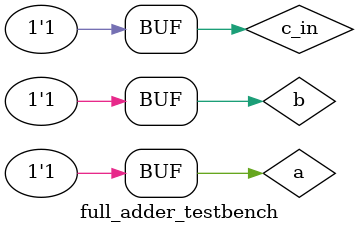
<source format=v>
module full_adder_testbench;

    reg a;
    reg b;
    reg c_in;
    wire [7:0] s;
    wire [7:0] c_out;

    full_adder A (a, b, c_in, s[0], c_out[0]);
    full_adder B (a, b, c_in, s[1], c_out[1]);
    full_adder C (a, b, c_in, s[2], c_out[2]);
    full_adder D (a, b, c_in, s[3], c_out[3]);
    full_adder E (a, b, c_in, s[4], c_out[4]);
    full_adder F (a, b, c_in, s[5], c_out[5]);
    full_adder G (a, b, c_in, s[6], c_out[6]);
    full_adder H (a, b, c_in, s[7], c_out[7]);

    initial begin
        $dumpfile("dump.vcd");
        $dumpvars(0, full_adder_testbench);
    end

    initial begin
        $monitor(a, b, c_in);
        a = 1'b0;
        b = 1'b0;
        c_in = 1'b0;
        #10
        a = 1'b0;
        b = 1'b0;
        c_in = 1'b1;
        #10
        a = 1'b0;
        b = 1'b1;
        c_in = 1'b0;
        #10
        a = 1'b0;
        b = 1'b1;
        c_in = 1'b1;
        #10
        a = 1'b1;
        b = 1'b0;
        c_in = 1'b0;
        #10
        a = 1'b1;
        b = 1'b0;
        c_in = 1'b1;
        #10
        a = 1'b1;
        b = 1'b1;
        c_in = 1'b0;
        #10
        a = 1'b1;
        b = 1'b1;
        c_in = 1'b1;
        #10
        ;
    end

endmodule

</source>
